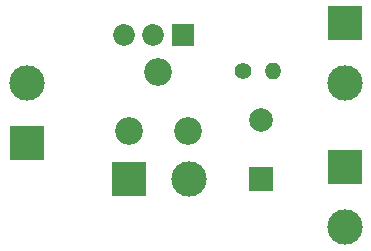
<source format=gtl>
G04 #@! TF.GenerationSoftware,KiCad,Pcbnew,(5.1.4)-1*
G04 #@! TF.CreationDate,2019-08-31T10:18:48-07:00*
G04 #@! TF.ProjectId,regulator_clock,72656775-6c61-4746-9f72-5f636c6f636b,rev?*
G04 #@! TF.SameCoordinates,Original*
G04 #@! TF.FileFunction,Copper,L1,Top*
G04 #@! TF.FilePolarity,Positive*
%FSLAX46Y46*%
G04 Gerber Fmt 4.6, Leading zero omitted, Abs format (unit mm)*
G04 Created by KiCad (PCBNEW (5.1.4)-1) date 2019-08-31 10:18:48*
%MOMM*%
%LPD*%
G04 APERTURE LIST*
%ADD10C,1.850000*%
%ADD11R,1.850000X1.850000*%
%ADD12R,3.000000X3.000000*%
%ADD13C,3.000000*%
%ADD14C,2.000000*%
%ADD15R,2.000000X2.000000*%
%ADD16O,1.400000X1.400000*%
%ADD17C,1.400000*%
%ADD18C,2.340000*%
G04 APERTURE END LIST*
D10*
X97108000Y-75184000D03*
X99608000Y-75184000D03*
D11*
X102108000Y-75184000D03*
D12*
X97536000Y-87376000D03*
D13*
X102616000Y-87376000D03*
D14*
X108712000Y-82376000D03*
D15*
X108712000Y-87376000D03*
D13*
X88900000Y-79248000D03*
D12*
X88900000Y-84328000D03*
D13*
X115824000Y-79248000D03*
D12*
X115824000Y-74168000D03*
X115824000Y-86360000D03*
D13*
X115824000Y-91440000D03*
D16*
X109728000Y-78232000D03*
D17*
X107188000Y-78232000D03*
D18*
X97536000Y-83312000D03*
X100036000Y-78312000D03*
X102536000Y-83312000D03*
M02*

</source>
